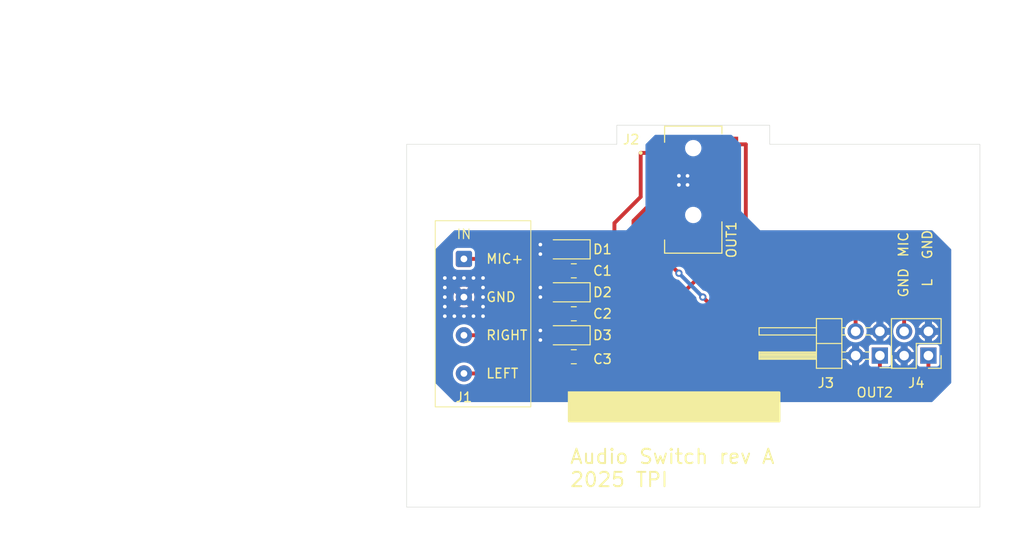
<source format=kicad_pcb>
(kicad_pcb (version 20241229) (generator "pcbnew") (generator_version "9.0")
  (title_block (title "TPI Audio Switch") (rev "1.0") (company "HDM") (comment 1 "Drawn By: Aidan Medcalf"))
  (layers (0 "F.Cu" signal) (2 "B.Cu" signal) (13 "F.Paste" user) (15 "B.Paste" user) (5 "F.SilkS" user "F.Silkscreen") (7 "B.SilkS" user "B.Silkscreen") (1 "F.Mask" user) (3 "B.Mask" user) (25 "Edge.Cuts" user))
  (net 0 "")
  (net 1 "Net-(J1-Pin_1)")
  (net 2 "/MIC")
  (net 3 "Net-(J1-Pin_3)")
  (net 4 "/AUDIO_R")
  (net 5 "Net-(J1-Pin_4)")
  (net 6 "/AUDIO_L")
  (net 7 "/GND")
  (net 10 "/AUDIO_L_SW")
  (net 11 "/MIC_SW")
  (footprint "Diode_SMD:D_SOD-123F" (layer "F.Cu") (at 124.95 98.2 180)
    (property "Reference" "D3" (at -3.5 0 0) (layer "F.SilkS"))
    (property "Value" "SMF10CA" (hide yes))
    (fp_line (start -2.21 1) (end 1.65 1) (stroke (width 0.12)) (layer "F.SilkS"))
    (fp_line (start -2.21 -1) (end 1.65 -1) (stroke (width 0.12)) (layer "F.SilkS"))
    (fp_line (start -2.21 -1) (end -2.21 1) (stroke (width 0.12)) (layer "F.SilkS"))
    (pad "1" smd roundrect (at -1.4 0 180) (size 1.1 1.1) (layers "F.Cu" "F.Mask" "F.Paste") (roundrect_rratio 0.2272727273) (net 6 "/AUDIO_L"))
    (pad "2" smd roundrect (at 1.4 0 180) (size 1.1 1.1) (layers "F.Cu" "F.Mask" "F.Paste") (roundrect_rratio 0.2272727273) (net 7 "/GND"))
  )
  (footprint "MountingHole:MountingHole_3.2mm_M3" (layer "F.Cu") (at 161.95 110.2)
    (property "Reference" "REF**" (hide yes))
    (property "Value" "MountingHole_3.2mm_M3")
    (pad "" np_thru_hole circle (at 0 0) (size 3.2 3.2) (drill 3.2) (layers "*.Cu" "*.Mask"))
  )
  (footprint "Connector_PinHeader_2.54mm:PinHeader_2x02_P2.54mm_Horizontal" (layer "F.Cu") (at 157.48 100.33 180)
    (property "Reference" "J3" (at 5.655 -2.87 0) (layer "F.SilkS"))
    (property "Value" "0.1\" Pin RA")
    (fp_line (start 12.64 2.92) (end 6.64 2.92) (stroke (width 0.12)) (layer "F.SilkS"))
    (fp_line (start 12.64 2.16) (end 12.64 2.92) (stroke (width 0.12)) (layer "F.SilkS"))
    (fp_line (start 12.64 0.38) (end 6.64 0.38) (stroke (width 0.12)) (layer "F.SilkS"))
    (fp_line (start 12.64 -0.38) (end 12.64 0.38) (stroke (width 0.12)) (layer "F.SilkS"))
    (fp_line (start 6.64 3.87) (end 6.64 -1.33) (stroke (width 0.12)) (layer "F.SilkS"))
    (fp_line (start 6.64 2.16) (end 12.64 2.16) (stroke (width 0.12)) (layer "F.SilkS"))
    (fp_line (start 6.64 0.28) (end 12.64 0.28) (stroke (width 0.12)) (layer "F.SilkS"))
    (fp_line (start 6.64 0.16) (end 12.64 0.16) (stroke (width 0.12)) (layer "F.SilkS"))
    (fp_line (start 6.64 0.04) (end 12.64 0.04) (stroke (width 0.12)) (layer "F.SilkS"))
    (fp_line (start 6.64 -0.08) (end 12.64 -0.08) (stroke (width 0.12)) (layer "F.SilkS"))
    (fp_line (start 6.64 -0.2) (end 12.64 -0.2) (stroke (width 0.12)) (layer "F.SilkS"))
    (fp_line (start 6.64 -0.32) (end 12.64 -0.32) (stroke (width 0.12)) (layer "F.SilkS"))
    (fp_line (start 6.64 -0.38) (end 12.64 -0.38) (stroke (width 0.12)) (layer "F.SilkS"))
    (fp_line (start 6.64 -1.33) (end 3.98 -1.33) (stroke (width 0.12)) (layer "F.SilkS"))
    (fp_line (start 3.98 3.87) (end 6.64 3.87) (stroke (width 0.12)) (layer "F.SilkS"))
    (fp_line (start 3.98 1.27) (end 6.64 1.27) (stroke (width 0.12)) (layer "F.SilkS"))
    (fp_line (start 3.98 -1.33) (end 3.98 3.87) (stroke (width 0.12)) (layer "F.SilkS"))
    (fp_line (start 3.582929 2.92) (end 3.98 2.92) (stroke (width 0.12)) (layer "F.SilkS"))
    (fp_line (start 3.582929 2.16) (end 3.98 2.16) (stroke (width 0.12)) (layer "F.SilkS"))
    (fp_line (start 3.582929 0.38) (end 3.98 0.38) (stroke (width 0.12)) (layer "F.SilkS"))
    (fp_line (start 3.582929 -0.38) (end 3.98 -0.38) (stroke (width 0.12)) (layer "F.SilkS"))
    (fp_line (start 1.11 0.38) (end 1.497071 0.38) (stroke (width 0.12)) (layer "F.SilkS"))
    (fp_line (start 1.11 -0.38) (end 1.497071 -0.38) (stroke (width 0.12)) (layer "F.SilkS"))
    (fp_line (start 1.042929 2.92) (end 1.497071 2.92) (stroke (width 0.12)) (layer "F.SilkS"))
    (fp_line (start 1.042929 2.16) (end 1.497071 2.16) (stroke (width 0.12)) (layer "F.SilkS"))
    (fp_line (start -1.27 0) (end -1.27 -1.27) (stroke (width 0.12)) (layer "F.SilkS"))
    (fp_line (start -1.27 -1.27) (end 0 -1.27) (stroke (width 0.12)) (layer "F.SilkS"))
    (pad "1" thru_hole rect (at 0 0 180) (size 1.7 1.7) (drill 1) (layers "*.Cu" "*.Mask") (net 10 "/AUDIO_L_SW"))
    (pad "2" thru_hole oval (at 2.54 0 180) (size 1.7 1.7) (drill 1) (layers "*.Cu" "*.Mask") (net 7 "/GND"))
    (pad "3" thru_hole oval (at 0 2.54 180) (size 1.7 1.7) (drill 1) (layers "*.Cu" "*.Mask") (net 7 "/GND"))
    (pad "4" thru_hole oval (at 2.54 2.54 180) (size 1.7 1.7) (drill 1) (layers "*.Cu" "*.Mask") (net 11 "/MIC_SW"))
  )
  (footprint "Capacitor_SMD:C_0805_2012Metric" (layer "F.Cu") (at 125.45 100.45)
    (property "Reference" "C3" (at 3 0.25 0) (layer "F.SilkS"))
    (property "Value" "0 Ohm" (hide yes))
    (fp_line (start -0.261252 -0.735) (end 0.261252 -0.735) (stroke (width 0.12)) (layer "F.SilkS"))
    (fp_line (start -0.261252 0.735) (end 0.261252 0.735) (stroke (width 0.12)) (layer "F.SilkS"))
    (pad "1" smd roundrect (at -0.95 0) (size 1 1.45) (layers "F.Cu" "F.Mask" "F.Paste") (net 5 "Net-(J1-Pin_4)"))
    (pad "2" smd roundrect (at 0.95 0) (size 1 1.45) (layers "F.Cu" "F.Mask" "F.Paste") (net 6 "/AUDIO_L"))
  )
  (footprint "Connector_Wire:SolderWire-0.15sqmm_1x04_P4mm_D0.5mm_OD1.5mm" (layer "F.Cu") (at 113.95 90.2 -90)
    (property "Reference" "J1" (at 14.5 0 0) (layer "F.SilkS"))
    (property "Value" "TRRS Cable")
    (pad "1" thru_hole roundrect (at 0 0 270) (size 1.7 1.7) (drill 0.7) (layers "*.Cu" "*.Mask") (roundrect_rratio 0.147059) (net 1 "Net-(J1-Pin_1)"))
    (pad "2" thru_hole circle (at 4 0 270) (size 1.7 1.7) (drill 0.7) (layers "*.Cu" "*.Mask") (net 7 "/GND"))
    (pad "3" thru_hole circle (at 8 0 270) (size 1.7 1.7) (drill 0.7) (layers "*.Cu" "*.Mask") (net 3 "Net-(J1-Pin_3)"))
    (pad "4" thru_hole circle (at 12 0 270) (size 1.7 1.7) (drill 0.7) (layers "*.Cu" "*.Mask") (net 5 "Net-(J1-Pin_4)"))
  )
  (footprint "MountingHole:MountingHole_3.2mm_M3" (layer "F.Cu") (at 113.95 110.2)
    (property "Reference" "REF**" (hide yes))
    (property "Value" "MountingHole_3.2mm_M3")
    (pad "" np_thru_hole circle (at 0 0) (size 3.2 3.2) (drill 3.2) (layers "*.Cu" "*.Mask"))
  )
  (footprint "TPI_MicSw Footprints:SAMESKY_SJ3-35024K-SMT-TR" (layer "F.Cu") (at 134.5 79.1 180)
    (property "Reference" "J2" (at 3.05 1.4 0) (layer "F.SilkS"))
    (property "Value" "SJ3-35024K-SMT-TR")
    (fp_line (start -0.45 2.8) (end -6.45 2.8) (stroke (width 0.127)) (layer "F.SilkS"))
    (fp_line (start -0.45 1.12) (end -0.45 2.8) (stroke (width 0.127)) (layer "F.SilkS"))
    (fp_line (start -0.45 -9.12) (end -0.45 -10.5) (stroke (width 0.127)) (layer "F.SilkS"))
    (fp_line (start -0.45 -10.5) (end -6.45 -10.5) (stroke (width 0.127)) (layer "F.SilkS"))
    (fp_line (start -6.45 2.8) (end -6.45 2.02) (stroke (width 0.127)) (layer "F.SilkS"))
    (fp_line (start -6.45 -7.22) (end -6.45 -10.5) (stroke (width 0.127)) (layer "F.SilkS"))
    (fp_circle (center 2.05 0) (end 2.15 0) (stroke (width 0.2)) (fill no) (layer "F.SilkS"))
    (pad "" np_thru_hole circle (at -3.45 -6.5 180) (size 1.2 1.2) (drill 1.2) (layers "*.Cu" "*.Mask"))
    (pad "" np_thru_hole circle (at -3.45 0.5 180) (size 1.2 1.2) (drill 1.2) (layers "*.Cu" "*.Mask"))
    (pad "1" smd rect (at 0 0 180) (size 2.5 1.6) (layers "F.Cu" "F.Mask" "F.Paste") (net 2 "/MIC"))
    (pad "2" smd rect (at 0 -2.9 180) (size 2.5 1.6) (layers "F.Cu" "F.Mask" "F.Paste") (net 7 "/GND"))
    (pad "3" smd rect (at 0 -5.8 180) (size 2.5 1.6) (layers "F.Cu" "F.Mask" "F.Paste") (net 4 "/AUDIO_R"))
    (pad "4" smd rect (at 0 -8 180) (size 2.5 1.6) (layers "F.Cu" "F.Mask" "F.Paste") (net 10 "/AUDIO_L_SW"))
    (pad "5" smd rect (at -6.9 0.9 180) (size 2.5 1.6) (layers "F.Cu" "F.Mask" "F.Paste") (net 11 "/MIC_SW"))
    (pad "6" smd rect (at -6.9 -1 180) (size 2.5 1.6) (layers "F.Cu" "F.Mask" "F.Paste"))
    (pad "7" smd rect (at -6.9 -3.9 180) (size 2.5 1.6) (layers "F.Cu" "F.Mask" "F.Paste"))
    (pad "8" smd rect (at -6.9 -6.1 180) (size 2.5 1.6) (layers "F.Cu" "F.Mask" "F.Paste") (net 6 "/AUDIO_L"))
  )
  (footprint "Capacitor_SMD:C_0805_2012Metric" (layer "F.Cu") (at 125.45 91.45)
    (property "Reference" "C1" (at 3 0 0) (layer "F.SilkS"))
    (property "Value" "0 Ohm" (hide yes))
    (fp_line (start -0.261252 -0.735) (end 0.261252 -0.735) (stroke (width 0.12)) (layer "F.SilkS"))
    (fp_line (start -0.261252 0.735) (end 0.261252 0.735) (stroke (width 0.12)) (layer "F.SilkS"))
    (pad "1" smd roundrect (at -0.95 0) (size 1 1.45) (layers "F.Cu" "F.Mask" "F.Paste") (net 1 "Net-(J1-Pin_1)"))
    (pad "2" smd roundrect (at 0.95 0) (size 1 1.45) (layers "F.Cu" "F.Mask" "F.Paste") (net 2 "/MIC"))
  )
  (footprint "Diode_SMD:D_SOD-123F" (layer "F.Cu") (at 124.95 93.7 180)
    (property "Reference" "D2" (at -3.5 0 180) (layer "F.SilkS"))
    (property "Value" "SMF10CA" (hide yes))
    (fp_line (start -2.21 1) (end 1.65 1) (stroke (width 0.12)) (layer "F.SilkS"))
    (fp_line (start -2.21 -1) (end 1.65 -1) (stroke (width 0.12)) (layer "F.SilkS"))
    (fp_line (start -2.21 -1) (end -2.21 1) (stroke (width 0.12)) (layer "F.SilkS"))
    (pad "1" smd roundrect (at -1.4 0 180) (size 1.1 1.1) (layers "F.Cu" "F.Mask" "F.Paste") (roundrect_rratio 0.2272727273) (net 4 "/AUDIO_R"))
    (pad "2" smd roundrect (at 1.4 0 180) (size 1.1 1.1) (layers "F.Cu" "F.Mask" "F.Paste") (roundrect_rratio 0.2272727273) (net 7 "/GND"))
  )
  (footprint "MountingHole:MountingHole_3.2mm_M3" (layer "F.Cu") (at 128.45 82.2)
    (property "Reference" "REF**" (hide yes))
    (property "Value" "MountingHole_3.2mm_M3")
    (pad "" np_thru_hole circle (at 0 0) (size 3.2 3.2) (drill 3.2) (layers "*.Cu" "*.Mask"))
  )
  (footprint "Diode_SMD:D_SOD-123F" (layer "F.Cu") (at 124.95 89.2 180)
    (property "Reference" "D1" (at -3.5 0 0) (layer "F.SilkS"))
    (property "Value" "SMF10CA" (hide yes))
    (fp_line (start -2.21 1) (end 1.65 1) (stroke (width 0.12)) (layer "F.SilkS"))
    (fp_line (start -2.21 -1) (end 1.65 -1) (stroke (width 0.12)) (layer "F.SilkS"))
    (fp_line (start -2.21 -1) (end -2.21 1) (stroke (width 0.12)) (layer "F.SilkS"))
    (pad "1" smd roundrect (at -1.4 0 180) (size 1.1 1.1) (layers "F.Cu" "F.Mask" "F.Paste") (roundrect_rratio 0.2272727273) (net 2 "/MIC"))
    (pad "2" smd roundrect (at 1.4 0 180) (size 1.1 1.1) (layers "F.Cu" "F.Mask" "F.Paste") (roundrect_rratio 0.2272727273) (net 7 "/GND"))
  )
  (footprint "MountingHole:MountingHole_3.2mm_M3" (layer "F.Cu") (at 147.45 82.2)
    (property "Reference" "REF**" (hide yes))
    (property "Value" "MountingHole_3.2mm_M3")
    (pad "" np_thru_hole circle (at 0 0) (size 3.2 3.2) (drill 3.2) (layers "*.Cu" "*.Mask"))
  )
  (footprint "Capacitor_SMD:C_0805_2012Metric" (layer "F.Cu") (at 125.45 95.95)
    (property "Reference" "C2" (at 3 0 0) (layer "F.SilkS"))
    (property "Value" "0 Ohm" (hide yes))
    (fp_line (start -0.261252 -0.735) (end 0.261252 -0.735) (stroke (width 0.12)) (layer "F.SilkS"))
    (fp_line (start -0.261252 0.735) (end 0.261252 0.735) (stroke (width 0.12)) (layer "F.SilkS"))
    (pad "1" smd roundrect (at -0.95 0) (size 1 1.45) (layers "F.Cu" "F.Mask" "F.Paste") (net 3 "Net-(J1-Pin_3)"))
    (pad "2" smd roundrect (at 0.95 0) (size 1 1.45) (layers "F.Cu" "F.Mask" "F.Paste") (net 4 "/AUDIO_R"))
  )
  (footprint "Connector_PinHeader_2.54mm:PinHeader_2x02_P2.54mm_Vertical" (layer "F.Cu") (at 162.56 100.33 180)
    (property "Reference" "J4" (at 1.27 -2.87 0) (layer "F.SilkS"))
    (property "Value" "0.1\" Pin")
    (fp_line (start 3.87 -1.33) (end 3.87 3.87) (stroke (width 0.12)) (layer "F.SilkS"))
    (fp_line (start 1.27 1.27) (end 1.27 -1.33) (stroke (width 0.12)) (layer "F.SilkS"))
    (fp_line (start 1.27 -1.33) (end 3.87 -1.33) (stroke (width 0.12)) (layer "F.SilkS"))
    (fp_line (start -1.33 3.87) (end 3.87 3.87) (stroke (width 0.12)) (layer "F.SilkS"))
    (fp_line (start -1.33 1.27) (end 1.27 1.27) (stroke (width 0.12)) (layer "F.SilkS"))
    (fp_line (start -1.33 1.27) (end -1.33 3.87) (stroke (width 0.12)) (layer "F.SilkS"))
    (fp_line (start -1.33 0) (end -1.33 -1.33) (stroke (width 0.12)) (layer "F.SilkS"))
    (fp_line (start -1.33 -1.33) (end 0 -1.33) (stroke (width 0.12)) (layer "F.SilkS"))
    (pad "1" thru_hole rect (at 0 0 180) (size 1.7 1.7) (drill 1) (layers "*.Cu" "*.Mask") (net 10 "/AUDIO_L_SW"))
    (pad "2" thru_hole oval (at 2.54 0 180) (size 1.7 1.7) (drill 1) (layers "*.Cu" "*.Mask") (net 7 "/GND"))
    (pad "3" thru_hole oval (at 0 2.54 180) (size 1.7 1.7) (drill 1) (layers "*.Cu" "*.Mask") (net 7 "/GND"))
    (pad "4" thru_hole oval (at 2.54 2.54 180) (size 1.7 1.7) (drill 1) (layers "*.Cu" "*.Mask") (net 11 "/MIC_SW"))
  )
  (gr_rect (start 110.95 86.2) (end 120.95 105.7) (stroke (width 0.1)) (fill no) (layer "F.SilkS"))
  (gr_rect (start 124.95 104.2) (end 146.95 107.2) (stroke (width 0.25)) (fill yes) (layer "F.SilkS"))
  (gr_poly (pts (xy 107.95 116.2) (xy 167.95 116.2) (xy 167.95 78.2) (xy 145.95 78.2) (xy 145.95 76.2) (xy 129.95 76.2) (xy 129.95 78.2) (xy 107.95 78.2)) (stroke (width 0.05)) (fill no) (layer "Edge.Cuts"))
  (gr_text "Audio Switch rev A\n2025 TPI" (at 124.95 114.2 0) (layer "F.SilkS") (effects (font (size 1.5 1.5) (thickness 0.2)) (justify left bottom)))
  (gr_text "GND" (at 162.45 88.7 90) (layer "F.SilkS") (effects (font (size 1 1))))
  (gr_text "GND" (at 159.95 92.7 90) (layer "F.SilkS") (effects (font (size 1 1))))
  (gr_text "GND" (at 116.2 94.2 0) (layer "F.SilkS") (effects (font (size 1 1)) (justify left)))
  (gr_text "L" (at 162.45 92.7 90) (layer "F.SilkS") (effects (font (size 1 1))))
  (gr_text "MIC+" (at 116.2 90.2 0) (layer "F.SilkS") (effects (font (size 1 1)) (justify left)))
  (gr_text "MIC" (at 159.95 88.7 90) (layer "F.SilkS") (effects (font (size 1 1))))
  (gr_text "RIGHT" (at 116.2 98.2 0) (layer "F.SilkS") (effects (font (size 1 1)) (justify left)))
  (gr_text "OUT2" (at 156.95 104.2 0) (layer "F.SilkS") (effects (font (size 1 1))))
  (gr_text "IN" (at 113.95 88.2 0) (layer "F.SilkS") (effects (font (size 1 1)) (justify bottom)))
  (gr_text "LEFT" (at 116.2 102.2 0) (layer "F.SilkS") (effects (font (size 1 1)) (justify left)))
  (gr_text "OUT1" (at 141.95 88.2 90) (layer "F.SilkS") (effects (font (size 1 1))))
  (segment (start 113.95 90.2) (end 120.45 90.2) (width 0.4064) (layer "F.Cu") (net 1))
  (segment (start 120.45 90.2) (end 121.7 91.45) (width 0.4064) (layer "F.Cu") (net 1))
  (segment (start 121.7 91.45) (end 124.5 91.45) (width 0.4064) (layer "F.Cu") (net 1))
  (segment (start 132.45 83.7) (end 129.7 86.45) (width 0.4064) (layer "F.Cu") (net 2))
  (segment (start 127.95 91.45) (end 126.4 91.45) (width 0.4064) (layer "F.Cu") (net 2))
  (segment (start 134.5 79.1) (end 132.45 79.1) (width 0.4064) (layer "F.Cu") (net 2))
  (segment (start 129.7 89.7) (end 128.825 90.575) (width 0.4064) (layer "F.Cu") (net 2))
  (segment (start 126.35 89.2) (end 127.45 89.2) (width 0.4064) (layer "F.Cu") (net 2))
  (segment (start 132.45 79.1) (end 132.45 83.7) (width 0.4064) (layer "F.Cu") (net 2))
  (segment (start 128.825 90.575) (end 127.95 91.45) (width 0.4064) (layer "F.Cu") (net 2))
  (segment (start 129.7 86.45) (end 129.7 89.7) (width 0.4064) (layer "F.Cu") (net 2))
  (segment (start 127.45 89.2) (end 128.825 90.575) (width 0.4064) (layer "F.Cu") (net 2))
  (segment (start 113.95 98.2) (end 119.45 98.2) (width 0.4064) (layer "F.Cu") (net 3))
  (segment (start 119.45 98.2) (end 121.7 95.95) (width 0.4064) (layer "F.Cu") (net 3))
  (segment (start 121.7 95.95) (end 124.5 95.95) (width 0.4064) (layer "F.Cu") (net 3))
  (segment (start 127.95 95.95) (end 128.95 94.95) (width 0.4064) (layer "F.Cu") (net 4))
  (segment (start 128.95 94.95) (end 131.7 92.2) (width 0.4064) (layer "F.Cu") (net 4))
  (segment (start 131.7 92.2) (end 131.7 86.2) (width 0.4064) (layer "F.Cu") (net 4))
  (segment (start 126.4 95.95) (end 127.95 95.95) (width 0.4064) (layer "F.Cu") (net 4))
  (segment (start 126.35 93.7) (end 127.7 93.7) (width 0.4064) (layer "F.Cu") (net 4))
  (segment (start 131.7 86.2) (end 133 84.9) (width 0.4064) (layer "F.Cu") (net 4))
  (segment (start 127.7 93.7) (end 128.95 94.95) (width 0.4064) (layer "F.Cu") (net 4))
  (segment (start 133 84.9) (end 134.5 84.9) (width 0.4064) (layer "F.Cu") (net 4))
  (segment (start 119.95 102.2) (end 121.7 100.45) (width 0.4064) (layer "F.Cu") (net 5))
  (segment (start 113.95 102.2) (end 119.95 102.2) (width 0.4064) (layer "F.Cu") (net 5))
  (segment (start 121.7 100.45) (end 124.5 100.45) (width 0.4064) (layer "F.Cu") (net 5))
  (segment (start 128.95 99.2) (end 128.95 100.45) (width 0.4064) (layer "F.Cu") (net 6))
  (segment (start 128.95 100.45) (end 130.2 100.45) (width 0.4064) (layer "F.Cu") (net 6))
  (segment (start 127.95 98.2) (end 128.95 99.2) (width 0.4064) (layer "F.Cu") (net 6))
  (segment (start 126.4 100.45) (end 128.95 100.45) (width 0.4064) (layer "F.Cu") (net 6))
  (segment (start 130.2 100.45) (end 141.4 89.25) (width 0.4064) (layer "F.Cu") (net 6))
  (segment (start 141.4 89.25) (end 141.4 85.2) (width 0.4064) (layer "F.Cu") (net 6))
  (segment (start 126.35 98.2) (end 127.95 98.2) (width 0.4064) (layer "F.Cu") (net 6))
  (via (at 111.95 96.2) (size 0.762) (drill 0.381) (layers "F.Cu" "B.Cu") (net 7))
  (via (at 114.95 96.2) (size 0.762) (drill 0.381) (layers "F.Cu" "B.Cu") (net 7))
  (via (at 111.95 92.2) (size 0.762) (drill 0.381) (layers "F.Cu" "B.Cu") (net 7))
  (via (at 113.95 96.2) (size 0.762) (drill 0.381) (layers "F.Cu" "B.Cu") (net 7))
  (via (at 115.95 95.2) (size 0.762) (drill 0.381) (layers "F.Cu" "B.Cu") (net 7))
  (via (at 137.35 82.45) (size 0.762) (drill 0.381) (layers "F.Cu" "B.Cu") (net 7))
  (via (at 136.45 82.45) (size 0.762) (drill 0.381) (layers "F.Cu" "B.Cu") (net 7))
  (via (at 112.95 92.2) (size 0.762) (drill 0.381) (layers "F.Cu" "B.Cu") (net 7))
  (via (at 111.95 94.2) (size 0.762) (drill 0.381) (layers "F.Cu" "B.Cu") (net 7))
  (via (at 115.95 96.2) (size 0.762) (drill 0.381) (layers "F.Cu" "B.Cu") (net 7))
  (via (at 111.95 95.2) (size 0.762) (drill 0.381) (layers "F.Cu" "B.Cu") (net 7))
  (via (at 113.95 92.2) (size 0.762) (drill 0.381) (layers "F.Cu" "B.Cu") (net 7))
  (via (at 115.95 94.2) (size 0.762) (drill 0.381) (layers "F.Cu" "B.Cu") (net 7))
  (via (at 121.95 89.7) (size 0.762) (drill 0.381) (layers "F.Cu" "B.Cu") (net 7))
  (via (at 114.95 92.2) (size 0.762) (drill 0.381) (layers "F.Cu" "B.Cu") (net 7))
  (via (at 115.95 92.2) (size 0.762) (drill 0.381) (layers "F.Cu" "B.Cu") (net 7))
  (via (at 112.95 96.2) (size 0.762) (drill 0.381) (layers "F.Cu" "B.Cu") (net 7))
  (via (at 136.45 81.5) (size 0.762) (drill 0.381) (layers "F.Cu" "B.Cu") (net 7))
  (via (at 121.95 98.7) (size 0.762) (drill 0.381) (layers "F.Cu" "B.Cu") (net 7))
  (via (at 121.95 88.7) (size 0.762) (drill 0.381) (layers "F.Cu" "B.Cu") (net 7))
  (via (at 111.95 93.2) (size 0.762) (drill 0.381) (layers "F.Cu" "B.Cu") (net 7))
  (via (at 115.95 93.2) (size 0.762) (drill 0.381) (layers "F.Cu" "B.Cu") (net 7))
  (via (at 121.95 93.2) (size 0.762) (drill 0.381) (layers "F.Cu" "B.Cu") (net 7))
  (via (at 121.95 97.7) (size 0.762) (drill 0.381) (layers "F.Cu" "B.Cu") (net 7))
  (via (at 137.35 81.5) (size 0.762) (drill 0.381) (layers "F.Cu" "B.Cu") (net 7))
  (via (at 121.95 94.2) (size 0.762) (drill 0.381) (layers "F.Cu" "B.Cu") (net 7))
  (segment (start 157.48 100.33) (end 157.48 102.7) (width 0.4064) (layer "F.Cu") (net 10))
  (segment (start 138.95 94.2) (end 147.45 102.7) (width 0.4064) (layer "F.Cu") (net 10))
  (segment (start 162.56 101.59) (end 162.56 100.33) (width 0.4064) (layer "F.Cu") (net 10))
  (segment (start 157.48 102.7) (end 157.45 102.7) (width 0.4064) (layer "F.Cu") (net 10))
  (segment (start 161.45 102.7) (end 162.56 101.59) (width 0.4064) (layer "F.Cu") (net 10))
  (segment (start 157.45 102.7) (end 161.45 102.7) (width 0.4064) (layer "F.Cu") (net 10))
  (segment (start 136.45 91.7) (end 134.5 89.75) (width 0.4064) (layer "F.Cu") (net 10))
  (segment (start 134.5 89.75) (end 134.5 87.1) (width 0.4064) (layer "F.Cu") (net 10))
  (segment (start 147.45 102.7) (end 157.45 102.7) (width 0.4064) (layer "F.Cu") (net 10))
  (via (at 138.95 94.2) (size 0.762) (drill 0.381) (layers "F.Cu" "B.Cu") (net 10))
  (via (at 136.45 91.7) (size 0.762) (drill 0.381) (layers "F.Cu" "B.Cu") (net 10))
  (segment (start 138.95 94.2) (end 136.45 91.7) (width 0.4064) (layer "B.Cu") (net 10))
  (segment (start 152.35 95.2) (end 154.95 95.2) (width 0.4064) (layer "F.Cu") (net 11))
  (segment (start 158.95 95.2) (end 160.02 96.27) (width 0.4064) (layer "F.Cu") (net 11))
  (segment (start 141.4 78.2) (end 143.45 78.2) (width 0.4064) (layer "F.Cu") (net 11))
  (segment (start 154.94 97.79) (end 154.94 95.2) (width 0.4064) (layer "F.Cu") (net 11))
  (segment (start 154.94 95.2) (end 154.95 95.2) (width 0.4064) (layer "F.Cu") (net 11))
  (segment (start 154.95 95.2) (end 158.95 95.2) (width 0.4064) (layer "F.Cu") (net 11))
  (segment (start 143.45 86.3) (end 152.35 95.2) (width 0.4064) (layer "F.Cu") (net 11))
  (segment (start 143.45 78.2) (end 143.45 86.3) (width 0.4064) (layer "F.Cu") (net 11))
  (segment (start 160.02 96.27) (end 160.02 97.79) (width 0.4064) (layer "F.Cu") (net 11))
  (zone (net 7) (net_name "/GND") (layer "F.Cu") (priority 1) (connect_pads (clearance 0.5)) (min_thickness 0.25) (fill yes (thermal_gap 0.25) (thermal_bridge_width 0.75))
    (polygon (pts (xy 111.45 91.7) (xy 116.45 91.7) (xy 116.45 96.7) (xy 111.45 96.7)))
  )
  (zone (net 7) (net_name "/GND") (layer "F.Cu") (priority 2) (connect_pads yes (clearance 0.5)) (min_thickness 0.25) (fill yes (thermal_gap 0.25) (thermal_bridge_width 0.75))
    (polygon (pts (xy 123.2 93.2) (xy 122.7 92.7) (xy 121.45 92.7) (xy 121.45 94.7) (xy 122.7 94.7) (xy 123.2 94.2)))
  )
  (zone (net 7) (net_name "/GND") (layer "F.Cu") (priority 3) (connect_pads yes (clearance 0.5)) (min_thickness 0.25) (fill yes (thermal_gap 0.25) (thermal_bridge_width 0.75))
    (polygon (pts (xy 135.15 81.2) (xy 135.85 81.2) (xy 136.05 81) (xy 137.95 81) (xy 137.95 83) (xy 136.05 83) (xy 135.85 82.8) (xy 135.15 82.8)))
  )
  (zone (net 7) (net_name "/GND") (layer "F.Cu") (priority 2) (connect_pads yes (clearance 0.5)) (min_thickness 0.25) (fill yes (thermal_gap 0.25) (thermal_bridge_width 0.75))
    (polygon (pts (xy 123.2 88.7) (xy 122.7 88.2) (xy 121.45 88.2) (xy 121.45 90.2) (xy 122.7 90.2) (xy 123.2 89.7)))
  )
  (zone (net 7) (net_name "/GND") (layer "F.Cu") (priority 2) (connect_pads yes (clearance 0.5)) (min_thickness 0.25) (fill yes (thermal_gap 0.25) (thermal_bridge_width 0.75))
    (polygon (pts (xy 123.2 97.7) (xy 122.7 97.2) (xy 121.45 97.2) (xy 121.45 99.2) (xy 122.7 99.2) (xy 123.2 98.7)))
  )
  (zone (net 7) (net_name "/GND") (layer "B.Cu") (connect_pads (clearance 0.3)) (min_thickness 0.25) (fill yes (thermal_gap 0.25) (thermal_bridge_width 0.75))
    (polygon (pts (xy 162.95 105.2) (xy 164.95 103.2) (xy 164.95 89.2) (xy 162.95 87.2) (xy 144.95 87.2) (xy 142.95 85.2) (xy 142.95 78.2) (xy 141.95 77.2) (xy 133.95 77.2) (xy 132.95 78.2) (xy 132.95 85.2) (xy 130.95 87.2) (xy 112.95 87.2) (xy 110.95 89.2) (xy 110.95 103.2) (xy 112.95 105.2)))
  )
)
</source>
